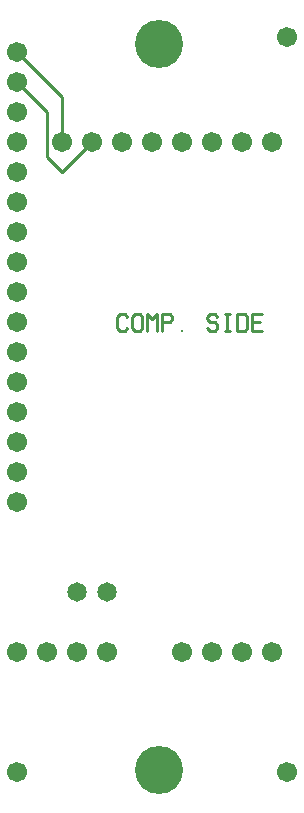
<source format=gtl>
%MOIN*%
%FSLAX25Y25*%
G04 D10 used for Character Trace; *
G04     Circle (OD=.01000) (No hole)*
G04 D11 used for Power Trace; *
G04     Circle (OD=.06700) (No hole)*
G04 D12 used for Signal Trace; *
G04     Circle (OD=.01100) (No hole)*
G04 D13 used for Via; *
G04     Circle (OD=.05800) (Round. Hole ID=.02800)*
G04 D14 used for Component hole; *
G04     Circle (OD=.06500) (Round. Hole ID=.03500)*
G04 D15 used for Component hole; *
G04     Circle (OD=.06700) (Round. Hole ID=.04300)*
G04 D16 used for Component hole; *
G04     Circle (OD=.08100) (Round. Hole ID=.05100)*
G04 D17 used for Component hole; *
G04     Circle (OD=.08900) (Round. Hole ID=.05900)*
G04 D18 used for Component hole; *
G04     Circle (OD=.11300) (Round. Hole ID=.08300)*
G04 D19 used for Component hole; *
G04     Circle (OD=.16000) (Round. Hole ID=.13000)*
G04 D20 used for Component hole; *
G04     Circle (OD=.18300) (Round. Hole ID=.15300)*
G04 D21 used for Component hole; *
G04     Circle (OD=.22291) (Round. Hole ID=.19291)*
%ADD10C,.01000*%
%ADD11C,.06700*%
%ADD12C,.01100*%
%ADD13C,.05800*%
%ADD14C,.06500*%
%ADD15C,.06700*%
%ADD16C,.08100*%
%ADD17C,.08900*%
%ADD18C,.11300*%
%ADD19C,.16000*%
%ADD20C,.18300*%
%ADD21C,.22291*%
%IPPOS*%
%LPD*%
G90*X0Y0D02*D15*X10000Y15000D03*X40000Y55000D03*  
X30000D03*X20000D03*X10000D03*D19*X57300Y15900D03*
D15*X65000Y55000D03*D14*X40000Y75000D03*X30000D03*
D15*X75000Y55000D03*X85000D03*X95000D03*          
X100000Y15000D03*X10000Y105000D03*Y115000D03*     
Y125000D03*Y135000D03*Y145000D03*Y155000D03*D10*  
X46674Y163086D02*X45837Y162129D01*X44163D01*      
X43326Y163086D01*Y166914D01*X44163Y167871D01*     
X45837D01*X46674Y166914D01*X51674Y163086D02*      
X50837Y162129D01*X49163D01*X48326Y163086D01*      
Y166914D01*X49163Y167871D01*X50837D01*            
X51674Y166914D01*Y163086D01*X53326Y162129D02*     
Y167871D01*X55000Y165957D01*X56674Y167871D01*     
Y162129D01*X58326D02*Y167871D01*X60837D01*        
X61674Y166914D01*Y165957D01*X60837Y165000D01*     
X58326D01*X65000Y162129D03*X76674Y166914D02*      
X75837Y167871D01*X74163D01*X73326Y166914D01*      
Y165957D01*X74163Y165000D01*X75837D01*            
X76674Y164043D01*Y163086D01*X75837Y162129D01*     
X74163D01*X73326Y163086D01*X80000Y162129D02*      
Y167871D01*X79163Y162129D02*X80837D01*            
X79163Y167871D02*X80837D01*X83326Y162129D02*      
Y167871D01*X85837D01*X86674Y166914D01*Y163086D01* 
X85837Y162129D01*X83326D01*X91674D02*X88326D01*   
Y167871D01*X91674D01*X88326Y165000D02*X90837D01*  
D15*X10000D03*Y175000D03*Y185000D03*Y195000D03*   
Y205000D03*D12*X25000Y215000D02*X35000Y225000D01* 
D15*D03*D12*X25000Y215000D02*X20000Y220000D01*    
Y235000D01*X10000Y245000D01*D15*D03*Y255000D03*   
D12*X25000Y240000D01*Y225000D01*D15*D03*          
X10000Y235000D03*Y225000D03*Y215000D03*           
X45000Y225000D03*X55000D03*D19*X57300Y257900D03*  
D15*X65000Y225000D03*X75000D03*X85000D03*         
X95000D03*X100000Y260000D03*M02*                  

</source>
